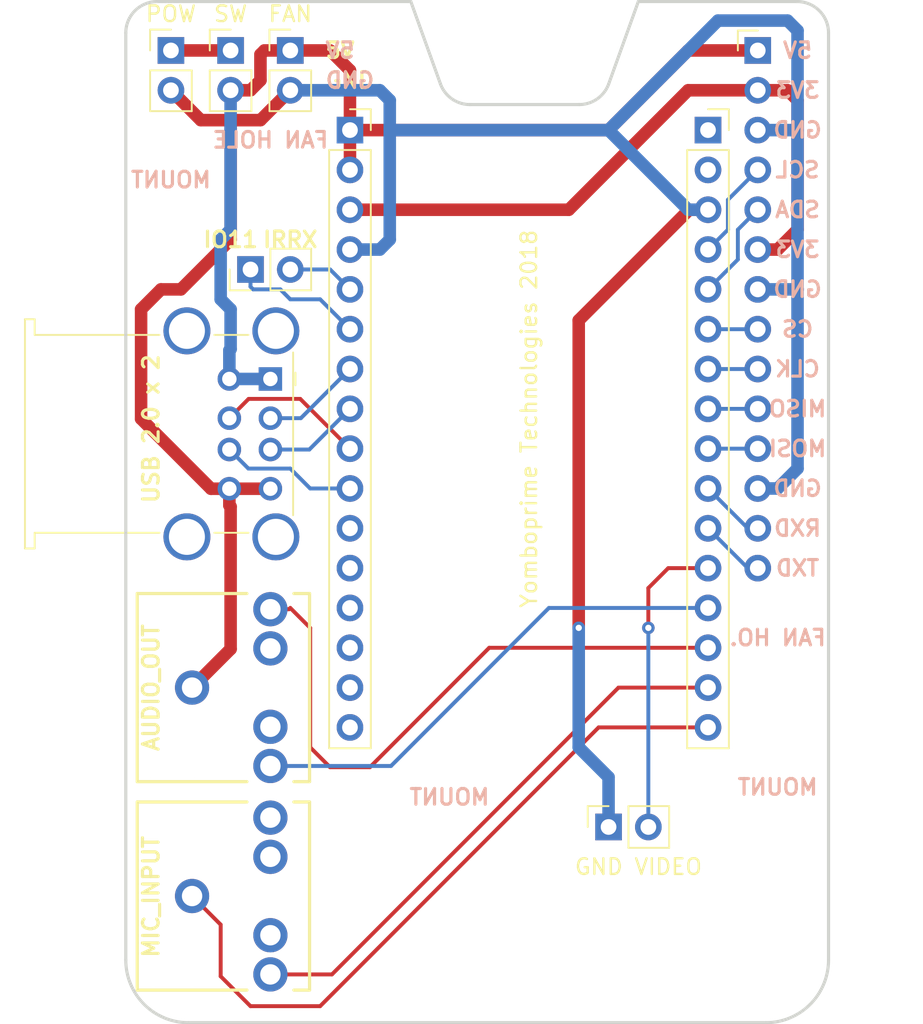
<source format=kicad_pcb>
(kicad_pcb (version 20171130) (host pcbnew 5.0.1-33cea8e~68~ubuntu18.04.1)

  (general
    (thickness 1.6)
    (drawings 42)
    (tracks 131)
    (zones 0)
    (modules 16)
    (nets 1)
  )

  (page A4)
  (layers
    (0 F.Cu signal)
    (31 B.Cu signal)
    (32 B.Adhes user)
    (33 F.Adhes user)
    (34 B.Paste user)
    (35 F.Paste user)
    (36 B.SilkS user)
    (37 F.SilkS user)
    (38 B.Mask user)
    (39 F.Mask user)
    (40 Dwgs.User user)
    (41 Cmts.User user)
    (42 Eco1.User user)
    (43 Eco2.User user)
    (44 Edge.Cuts user)
    (45 Margin user)
    (46 B.CrtYd user)
    (47 F.CrtYd user)
    (48 B.Fab user)
    (49 F.Fab user)
  )

  (setup
    (last_trace_width 0.25)
    (user_trace_width 0.8)
    (trace_clearance 0.2)
    (zone_clearance 0.508)
    (zone_45_only no)
    (trace_min 0.2)
    (segment_width 0.2)
    (edge_width 0.15)
    (via_size 0.8)
    (via_drill 0.4)
    (via_min_size 0.4)
    (via_min_drill 0.3)
    (uvia_size 0.3)
    (uvia_drill 0.1)
    (uvias_allowed no)
    (uvia_min_size 0.2)
    (uvia_min_drill 0.1)
    (pcb_text_width 0.3)
    (pcb_text_size 1.5 1.5)
    (mod_edge_width 0.15)
    (mod_text_size 1 1)
    (mod_text_width 0.15)
    (pad_size 3.2 3.2)
    (pad_drill 3.2)
    (pad_to_mask_clearance 0.2)
    (solder_mask_min_width 0.25)
    (aux_axis_origin 0 0)
    (visible_elements FFFFFF7F)
    (pcbplotparams
      (layerselection 0x010f0_ffffffff)
      (usegerberextensions true)
      (usegerberattributes false)
      (usegerberadvancedattributes false)
      (creategerberjobfile false)
      (excludeedgelayer true)
      (linewidth 0.100000)
      (plotframeref false)
      (viasonmask false)
      (mode 1)
      (useauxorigin false)
      (hpglpennumber 1)
      (hpglpenspeed 20)
      (hpglpendiameter 15.000000)
      (psnegative false)
      (psa4output false)
      (plotreference true)
      (plotvalue true)
      (plotinvisibletext false)
      (padsonsilk false)
      (subtractmaskfromsilk false)
      (outputformat 1)
      (mirror false)
      (drillshape 0)
      (scaleselection 1)
      (outputdirectory "gerbers/"))
  )

  (net 0 "")

  (net_class Default "This is the default net class."
    (clearance 0.2)
    (trace_width 0.25)
    (via_dia 0.8)
    (via_drill 0.4)
    (uvia_dia 0.3)
    (uvia_drill 0.1)
  )

  (module MountingHole:MountingHole_3.2mm_M3 (layer F.Cu) (tedit 5B9C5D9F) (tstamp 5B9F6458)
    (at 97.79 92.075)
    (descr "Mounting Hole 3.2mm, no annular, M3")
    (tags "mounting hole 3.2mm no annular m3")
    (attr virtual)
    (fp_text reference "" (at 0 -4.2) (layer F.SilkS)
      (effects (font (size 1 1) (thickness 0.15)))
    )
    (fp_text value "" (at 0 4.2) (layer F.Fab)
      (effects (font (size 1 1) (thickness 0.15)))
    )
    (fp_text user %R (at 0.3 0) (layer F.Fab)
      (effects (font (size 1 1) (thickness 0.15)))
    )
    (fp_circle (center 0 0) (end 3.2 0) (layer Cmts.User) (width 0.15))
    (fp_circle (center 0 0) (end 3.45 0) (layer F.CrtYd) (width 0.05))
    (pad 1 np_thru_hole circle (at 0 0) (size 3.2 3.2) (drill 3.2) (layers *.Cu *.Mask))
  )

  (module MountingHole:MountingHole_3.2mm_M3 (layer F.Cu) (tedit 5B9C5D9F) (tstamp 5B9F605A)
    (at 136.525 130.81)
    (descr "Mounting Hole 3.2mm, no annular, M3")
    (tags "mounting hole 3.2mm no annular m3")
    (attr virtual)
    (fp_text reference "" (at 0 -4.2) (layer F.SilkS)
      (effects (font (size 1 1) (thickness 0.15)))
    )
    (fp_text value "" (at 0 4.2) (layer F.Fab)
      (effects (font (size 1 1) (thickness 0.15)))
    )
    (fp_text user %R (at 0.3 0) (layer F.Fab)
      (effects (font (size 1 1) (thickness 0.15)))
    )
    (fp_circle (center 0 0) (end 3.2 0) (layer Cmts.User) (width 0.15))
    (fp_circle (center 0 0) (end 3.45 0) (layer F.CrtYd) (width 0.05))
    (pad 1 np_thru_hole circle (at 0 0) (size 3.2 3.2) (drill 3.2) (layers *.Cu *.Mask))
  )

  (module MountingHole:MountingHole_3.2mm_M3 (layer F.Cu) (tedit 5B9C5D9F) (tstamp 5B9F5EF2)
    (at 111.125 130.81)
    (descr "Mounting Hole 3.2mm, no annular, M3")
    (tags "mounting hole 3.2mm no annular m3")
    (attr virtual)
    (fp_text reference "" (at 0 -4.2) (layer F.SilkS)
      (effects (font (size 1 1) (thickness 0.15)))
    )
    (fp_text value "" (at 0 4.2) (layer F.Fab)
      (effects (font (size 1 1) (thickness 0.15)))
    )
    (fp_circle (center 0 0) (end 3.45 0) (layer F.CrtYd) (width 0.05))
    (fp_circle (center 0 0) (end 3.2 0) (layer Cmts.User) (width 0.15))
    (fp_text user %R (at 0.3 0) (layer F.Fab)
      (effects (font (size 1 1) (thickness 0.15)))
    )
    (pad 1 np_thru_hole circle (at 0 0) (size 3.2 3.2) (drill 3.2) (layers *.Cu *.Mask))
  )

  (module MountingHole:MountingHole_3.2mm_M3 (layer F.Cu) (tedit 5B9C5D9F) (tstamp 5B9F596D)
    (at 136.587912 121.353509)
    (descr "Mounting Hole 3.2mm, no annular, M3")
    (tags "mounting hole 3.2mm no annular m3")
    (attr virtual)
    (fp_text reference "" (at 0 -4.2) (layer F.SilkS)
      (effects (font (size 1 1) (thickness 0.15)))
    )
    (fp_text value "" (at 0 4.2) (layer F.Fab)
      (effects (font (size 1 1) (thickness 0.15)))
    )
    (fp_text user %R (at 0.3 0) (layer F.Fab)
      (effects (font (size 1 1) (thickness 0.15)))
    )
    (fp_circle (center 0 0) (end 3.2 0) (layer Cmts.User) (width 0.15))
    (fp_circle (center 0 0) (end 3.45 0) (layer F.CrtYd) (width 0.05))
    (pad 1 np_thru_hole circle (at 0 0) (size 3.2 3.2) (drill 3.2) (layers *.Cu *.Mask))
  )

  (module Connector_USB:USB_A_Wuerth_61400826021_Horizontal_Stacked (layer F.Cu) (tedit 5B9BDAB0) (tstamp 5B9BE2B3)
    (at 104.14 102.235 270)
    (descr "Stacked USB A connector http://katalog.we-online.de/em/datasheet/61400826021.pdf")
    (tags "Wuerth stacked USB_A")
    (fp_text reference "" (at 3.5 -3 270) (layer F.SilkS)
      (effects (font (size 1 1) (thickness 0.15)))
    )
    (fp_text value "" (at 3.5 17 270) (layer F.Fab)
      (effects (font (size 1 1) (thickness 0.15)))
    )
    (fp_line (start -3.82 1.74) (end -3.26 1.74) (layer F.CrtYd) (width 0.05))
    (fp_line (start -5.07 0.49) (end -3.82 1.74) (layer F.CrtYd) (width 0.05))
    (fp_line (start -5.07 -1.19) (end -5.07 0.49) (layer F.CrtYd) (width 0.05))
    (fp_line (start -3.91 -2.35) (end -5.07 -1.19) (layer F.CrtYd) (width 0.05))
    (fp_line (start -2.26 -2.35) (end -3.91 -2.35) (layer F.CrtYd) (width 0.05))
    (fp_line (start -2.26 -2.35) (end -1.8 -1.89) (layer F.CrtYd) (width 0.05))
    (fp_line (start 10.91 -2.35) (end 12.07 -1.19) (layer F.CrtYd) (width 0.05))
    (fp_line (start 12.07 0.49) (end 10.82 1.74) (layer F.CrtYd) (width 0.05))
    (fp_line (start -3.26 7.33) (end -3.91 7.33) (layer F.CrtYd) (width 0.05))
    (fp_line (start -5.07 6.17) (end -3.91 7.33) (layer F.CrtYd) (width 0.05))
    (fp_line (start -5.07 4.49) (end -5.07 6.17) (layer F.CrtYd) (width 0.05))
    (fp_line (start -3.91 3.33) (end -5.07 4.49) (layer F.CrtYd) (width 0.05))
    (fp_line (start -3.91 3.33) (end -3.26 3.33) (layer F.CrtYd) (width 0.05))
    (fp_line (start 10.91 3.33) (end 12.07 4.49) (layer F.CrtYd) (width 0.05))
    (fp_line (start 10.26 7.33) (end 10.91 7.33) (layer F.CrtYd) (width 0.05))
    (fp_line (start 12.07 -1.19) (end 12.07 0.49) (layer F.CrtYd) (width 0.05))
    (fp_line (start 10.26 1.74) (end 10.82 1.74) (layer F.CrtYd) (width 0.05))
    (fp_line (start 10.26 3.33) (end 10.91 3.33) (layer F.CrtYd) (width 0.05))
    (fp_line (start 12.07 4.49) (end 12.07 6.17) (layer F.CrtYd) (width 0.05))
    (fp_line (start -4.25 14.61) (end -4.25 16.11) (layer F.CrtYd) (width 0.05))
    (fp_line (start -3.26 14.61) (end -4.25 14.61) (layer F.CrtYd) (width 0.05))
    (fp_line (start -3.26 7.33) (end -3.26 14.61) (layer F.CrtYd) (width 0.05))
    (fp_line (start -3.26 1.74) (end -3.26 3.33) (layer F.CrtYd) (width 0.05))
    (fp_line (start 10.26 1.74) (end 10.26 3.33) (layer F.CrtYd) (width 0.05))
    (fp_line (start 8.8 -1.89) (end -1.8 -1.89) (layer F.CrtYd) (width 0.05))
    (fp_line (start 10.26 7.33) (end 10.26 14.61) (layer F.CrtYd) (width 0.05))
    (fp_line (start 9.81 3.58) (end 9.81 1.4) (layer F.SilkS) (width 0.12))
    (fp_line (start -2.81 3.58) (end -2.81 1.4) (layer F.SilkS) (width 0.12))
    (fp_line (start 9.75 -1.39) (end 9.75 15.11) (layer F.Fab) (width 0.1))
    (fp_line (start -4.25 16.11) (end 11.25 16.11) (layer F.CrtYd) (width 0.05))
    (fp_line (start 10.75 15.61) (end -3.75 15.61) (layer F.Fab) (width 0.1))
    (fp_line (start -2.75 -1.39) (end -2.75 15.11) (layer F.Fab) (width 0.1))
    (fp_line (start 9.75 -1.39) (end -2.75 -1.39) (layer F.Fab) (width 0.1))
    (fp_line (start -2.75 15.11) (end -3.75 15.11) (layer F.Fab) (width 0.1))
    (fp_line (start -3.75 15.11) (end -3.75 15.61) (layer F.Fab) (width 0.1))
    (fp_line (start 9.75 15.11) (end 10.75 15.11) (layer F.Fab) (width 0.1))
    (fp_line (start 10.75 15.11) (end 10.75 15.61) (layer F.Fab) (width 0.1))
    (fp_line (start 9.81 7.08) (end 9.81 15.05) (layer F.SilkS) (width 0.12))
    (fp_line (start 9.81 15.05) (end 10.81 15.05) (layer F.SilkS) (width 0.12))
    (fp_line (start 10.81 15.05) (end 10.81 15.67) (layer F.SilkS) (width 0.12))
    (fp_line (start 10.81 15.67) (end -3.81 15.67) (layer F.SilkS) (width 0.12))
    (fp_line (start -3.81 15.67) (end -3.81 15.05) (layer F.SilkS) (width 0.12))
    (fp_line (start -3.81 15.05) (end -2.81 15.05) (layer F.SilkS) (width 0.12))
    (fp_line (start -2.81 15.05) (end -2.81 7.08) (layer F.SilkS) (width 0.12))
    (fp_line (start -1.69 -1.45) (end 8.69 -1.45) (layer F.SilkS) (width 0.12))
    (fp_line (start 0 -1.1) (end 0.3 -1.38) (layer F.Fab) (width 0.12))
    (fp_line (start 0 -1.1) (end -0.3 -1.38) (layer F.Fab) (width 0.12))
    (fp_text user %R (at 3.5 7 270) (layer F.Fab)
      (effects (font (size 1 1) (thickness 0.15)))
    )
    (fp_line (start 0.4 -1.6) (end -0.4 -1.6) (layer F.SilkS) (width 0.12))
    (fp_line (start 10.26 14.61) (end 11.25 14.61) (layer F.CrtYd) (width 0.05))
    (fp_line (start 11.25 14.61) (end 11.25 16.11) (layer F.CrtYd) (width 0.05))
    (fp_line (start 10.91 -2.35) (end 9.26 -2.35) (layer F.CrtYd) (width 0.05))
    (fp_line (start 9.26 -2.35) (end 8.8 -1.89) (layer F.CrtYd) (width 0.05))
    (fp_line (start 12.07 6.17) (end 10.91 7.33) (layer F.CrtYd) (width 0.05))
    (pad 9 thru_hole circle (at 10.07 -0.35 270) (size 3 3) (drill 2.3) (layers *.Cu *.Mask))
    (pad 9 thru_hole circle (at -3.07 -0.35 270) (size 3 3) (drill 2.3) (layers *.Cu *.Mask))
    (pad 1 thru_hole rect (at 0 0 270) (size 1.5 1.5) (drill 0.92) (layers *.Cu *.Mask))
    (pad 2 thru_hole circle (at 2.5 0 270) (size 1.5 1.5) (drill 0.92) (layers *.Cu *.Mask))
    (pad 3 thru_hole circle (at 4.5 0 270) (size 1.5 1.5) (drill 0.92) (layers *.Cu *.Mask))
    (pad 4 thru_hole circle (at 7 0 270) (size 1.5 1.5) (drill 0.92) (layers *.Cu *.Mask))
    (pad 9 thru_hole circle (at -3.07 5.33 270) (size 3 3) (drill 2.3) (layers *.Cu *.Mask))
    (pad 9 thru_hole circle (at 10.07 5.33 270) (size 3 3) (drill 2.3) (layers *.Cu *.Mask))
    (pad 5 thru_hole circle (at 0 2.62 270) (size 1.5 1.5) (drill 0.92) (layers *.Cu *.Mask))
    (pad 6 thru_hole circle (at 2.5 2.62 270) (size 1.5 1.5) (drill 0.92) (layers *.Cu *.Mask))
    (pad 7 thru_hole circle (at 4.5 2.62 270) (size 1.5 1.5) (drill 0.92) (layers *.Cu *.Mask))
    (pad 8 thru_hole circle (at 7 2.62 270) (size 1.5 1.5) (drill 0.92) (layers *.Cu *.Mask))
    (model ${KISYS3DMOD}/Connector_USB.3dshapes/USB_A_Wuerth_61400826021_Horizontal_Stacked.wrl
      (at (xyz 0 0 0))
      (scale (xyz 1 1 1))
      (rotate (xyz 0 0 0))
    )
  )

  (module Connector_PinSocket_2.54mm:PinSocket_1x16_P2.54mm_Vertical (layer F.Cu) (tedit 5B9EE8A8) (tstamp 5B9C8629)
    (at 109.22 86.36)
    (descr "Through hole straight socket strip, 1x16, 2.54mm pitch, single row (from Kicad 4.0.7), script generated")
    (tags "Through hole socket strip THT 1x16 2.54mm single row")
    (fp_text reference "Yomboprime Technologies 2018" (at 11.43 18.415 90) (layer F.SilkS)
      (effects (font (size 1 1) (thickness 0.15)))
    )
    (fp_text value "" (at 13.97 52.705) (layer F.SilkS)
      (effects (font (size 6.5 6) (thickness 0.9)))
    )
    (fp_text user %R (at 0 19.05 90) (layer F.Fab)
      (effects (font (size 1 1) (thickness 0.15)))
    )
    (fp_line (start -1.8 39.9) (end -1.8 -1.8) (layer F.CrtYd) (width 0.05))
    (fp_line (start 1.75 39.9) (end -1.8 39.9) (layer F.CrtYd) (width 0.05))
    (fp_line (start 1.75 -1.8) (end 1.75 39.9) (layer F.CrtYd) (width 0.05))
    (fp_line (start -1.8 -1.8) (end 1.75 -1.8) (layer F.CrtYd) (width 0.05))
    (fp_line (start 0 -1.33) (end 1.33 -1.33) (layer F.SilkS) (width 0.12))
    (fp_line (start 1.33 -1.33) (end 1.33 0) (layer F.SilkS) (width 0.12))
    (fp_line (start 1.33 1.27) (end 1.33 39.43) (layer F.SilkS) (width 0.12))
    (fp_line (start -1.33 39.43) (end 1.33 39.43) (layer F.SilkS) (width 0.12))
    (fp_line (start -1.33 1.27) (end -1.33 39.43) (layer F.SilkS) (width 0.12))
    (fp_line (start -1.33 1.27) (end 1.33 1.27) (layer F.SilkS) (width 0.12))
    (fp_line (start -1.27 39.37) (end -1.27 -1.27) (layer F.Fab) (width 0.1))
    (fp_line (start 1.27 39.37) (end -1.27 39.37) (layer F.Fab) (width 0.1))
    (fp_line (start 1.27 -0.635) (end 1.27 39.37) (layer F.Fab) (width 0.1))
    (fp_line (start 0.635 -1.27) (end 1.27 -0.635) (layer F.Fab) (width 0.1))
    (fp_line (start -1.27 -1.27) (end 0.635 -1.27) (layer F.Fab) (width 0.1))
    (pad 16 thru_hole oval (at 0 38.1) (size 1.7 1.7) (drill 1) (layers *.Cu *.Mask))
    (pad 15 thru_hole oval (at 0 35.56) (size 1.7 1.7) (drill 1) (layers *.Cu *.Mask))
    (pad 14 thru_hole oval (at 0 33.02) (size 1.7 1.7) (drill 1) (layers *.Cu *.Mask))
    (pad 13 thru_hole oval (at 0 30.48) (size 1.7 1.7) (drill 1) (layers *.Cu *.Mask))
    (pad 12 thru_hole oval (at 0 27.94) (size 1.7 1.7) (drill 1) (layers *.Cu *.Mask))
    (pad 11 thru_hole oval (at 0 25.4) (size 1.7 1.7) (drill 1) (layers *.Cu *.Mask))
    (pad 10 thru_hole oval (at 0 22.86) (size 1.7 1.7) (drill 1) (layers *.Cu *.Mask))
    (pad 9 thru_hole oval (at 0 20.32) (size 1.7 1.7) (drill 1) (layers *.Cu *.Mask))
    (pad 8 thru_hole oval (at 0 17.78) (size 1.7 1.7) (drill 1) (layers *.Cu *.Mask))
    (pad 7 thru_hole oval (at 0 15.24) (size 1.7 1.7) (drill 1) (layers *.Cu *.Mask))
    (pad 6 thru_hole oval (at 0 12.7) (size 1.7 1.7) (drill 1) (layers *.Cu *.Mask))
    (pad 5 thru_hole oval (at 0 10.16) (size 1.7 1.7) (drill 1) (layers *.Cu *.Mask))
    (pad 4 thru_hole oval (at 0 7.62) (size 1.7 1.7) (drill 1) (layers *.Cu *.Mask))
    (pad 3 thru_hole oval (at 0 5.08) (size 1.7 1.7) (drill 1) (layers *.Cu *.Mask))
    (pad 2 thru_hole oval (at 0 2.54) (size 1.7 1.7) (drill 1) (layers *.Cu *.Mask))
    (pad 1 thru_hole rect (at 0 0) (size 1.7 1.7) (drill 1) (layers *.Cu *.Mask))
    (model ${KISYS3DMOD}/Connector_PinSocket_2.54mm.3dshapes/PinSocket_1x16_P2.54mm_Vertical.wrl
      (at (xyz 0 0 0))
      (scale (xyz 1 1 1))
      (rotate (xyz 0 0 0))
    )
  )

  (module Connector_PinSocket_2.54mm:PinSocket_1x16_P2.54mm_Vertical (layer F.Cu) (tedit 5B9BDB8F) (tstamp 5B9C86B5)
    (at 132.08 86.36)
    (descr "Through hole straight socket strip, 1x16, 2.54mm pitch, single row (from Kicad 4.0.7), script generated")
    (tags "Through hole socket strip THT 1x16 2.54mm single row")
    (fp_text reference "" (at 0 -2.77) (layer F.SilkS)
      (effects (font (size 1 1) (thickness 0.15)))
    )
    (fp_text value "" (at 0 40.87) (layer F.Fab)
      (effects (font (size 1 1) (thickness 0.15)))
    )
    (fp_text user %R (at 0 19.05 90) (layer F.Fab)
      (effects (font (size 1 1) (thickness 0.15)))
    )
    (fp_line (start -1.8 39.9) (end -1.8 -1.8) (layer F.CrtYd) (width 0.05))
    (fp_line (start 1.75 39.9) (end -1.8 39.9) (layer F.CrtYd) (width 0.05))
    (fp_line (start 1.75 -1.8) (end 1.75 39.9) (layer F.CrtYd) (width 0.05))
    (fp_line (start -1.8 -1.8) (end 1.75 -1.8) (layer F.CrtYd) (width 0.05))
    (fp_line (start 0 -1.33) (end 1.33 -1.33) (layer F.SilkS) (width 0.12))
    (fp_line (start 1.33 -1.33) (end 1.33 0) (layer F.SilkS) (width 0.12))
    (fp_line (start 1.33 1.27) (end 1.33 39.43) (layer F.SilkS) (width 0.12))
    (fp_line (start -1.33 39.43) (end 1.33 39.43) (layer F.SilkS) (width 0.12))
    (fp_line (start -1.33 1.27) (end -1.33 39.43) (layer F.SilkS) (width 0.12))
    (fp_line (start -1.33 1.27) (end 1.33 1.27) (layer F.SilkS) (width 0.12))
    (fp_line (start -1.27 39.37) (end -1.27 -1.27) (layer F.Fab) (width 0.1))
    (fp_line (start 1.27 39.37) (end -1.27 39.37) (layer F.Fab) (width 0.1))
    (fp_line (start 1.27 -0.635) (end 1.27 39.37) (layer F.Fab) (width 0.1))
    (fp_line (start 0.635 -1.27) (end 1.27 -0.635) (layer F.Fab) (width 0.1))
    (fp_line (start -1.27 -1.27) (end 0.635 -1.27) (layer F.Fab) (width 0.1))
    (pad 16 thru_hole oval (at 0 38.1) (size 1.7 1.7) (drill 1) (layers *.Cu *.Mask))
    (pad 15 thru_hole oval (at 0 35.56) (size 1.7 1.7) (drill 1) (layers *.Cu *.Mask))
    (pad 14 thru_hole oval (at 0 33.02) (size 1.7 1.7) (drill 1) (layers *.Cu *.Mask))
    (pad 13 thru_hole oval (at 0 30.48) (size 1.7 1.7) (drill 1) (layers *.Cu *.Mask))
    (pad 12 thru_hole oval (at 0 27.94) (size 1.7 1.7) (drill 1) (layers *.Cu *.Mask))
    (pad 11 thru_hole oval (at 0 25.4) (size 1.7 1.7) (drill 1) (layers *.Cu *.Mask))
    (pad 10 thru_hole oval (at 0 22.86) (size 1.7 1.7) (drill 1) (layers *.Cu *.Mask))
    (pad 9 thru_hole oval (at 0 20.32) (size 1.7 1.7) (drill 1) (layers *.Cu *.Mask))
    (pad 8 thru_hole oval (at 0 17.78) (size 1.7 1.7) (drill 1) (layers *.Cu *.Mask))
    (pad 7 thru_hole oval (at 0 15.24) (size 1.7 1.7) (drill 1) (layers *.Cu *.Mask))
    (pad 6 thru_hole oval (at 0 12.7) (size 1.7 1.7) (drill 1) (layers *.Cu *.Mask))
    (pad 5 thru_hole oval (at 0 10.16) (size 1.7 1.7) (drill 1) (layers *.Cu *.Mask))
    (pad 4 thru_hole oval (at 0 7.62) (size 1.7 1.7) (drill 1) (layers *.Cu *.Mask))
    (pad 3 thru_hole oval (at 0 5.08) (size 1.7 1.7) (drill 1) (layers *.Cu *.Mask))
    (pad 2 thru_hole oval (at 0 2.54) (size 1.7 1.7) (drill 1) (layers *.Cu *.Mask))
    (pad 1 thru_hole rect (at 0 0) (size 1.7 1.7) (drill 1) (layers *.Cu *.Mask))
    (model ${KISYS3DMOD}/Connector_PinSocket_2.54mm.3dshapes/PinSocket_1x16_P2.54mm_Vertical.wrl
      (at (xyz 0 0 0))
      (scale (xyz 1 1 1))
      (rotate (xyz 0 0 0))
    )
  )

  (module SparkFun-Connectors:AUDIO-JACK (layer F.Cu) (tedit 5B9C4C2A) (tstamp 5B9CCD51)
    (at 99.14 121.92)
    (fp_text reference "" (at -1.985 3.81 90) (layer F.SilkS)
      (effects (font (size 1 1) (thickness 0.032512)) (justify left bottom))
    )
    (fp_text value "" (at -1.27 -1.27) (layer F.Fab)
      (effects (font (size 0.38608 0.38608) (thickness 0.032512)) (justify left bottom))
    )
    (fp_line (start 7.5 6) (end 6.5 6) (layer F.SilkS) (width 0.2032))
    (fp_line (start -3.5 6) (end 3.5 6) (layer F.SilkS) (width 0.2032))
    (fp_line (start -3.5 -6) (end -3.5 6) (layer F.SilkS) (width 0.2032))
    (fp_line (start 7.5 -6) (end 6.5 -6) (layer F.SilkS) (width 0.2032))
    (fp_line (start -3.5 -6) (end 3.5 -6) (layer F.SilkS) (width 0.2032))
    (fp_line (start -6.5 -3) (end -4.5 -3) (layer F.Fab) (width 0.2032))
    (fp_line (start -6.5 3) (end -4.5 3) (layer F.Fab) (width 0.2032))
    (fp_line (start -6.5 -3) (end -6.5 3) (layer F.Fab) (width 0.2032))
    (fp_line (start -4.5 -4.5) (end -3.5 -4.5) (layer F.Fab) (width 0.2032))
    (fp_line (start -4.5 4.5) (end -3.5 4.5) (layer F.Fab) (width 0.2032))
    (fp_line (start -4.5 3) (end -4.5 4.5) (layer F.Fab) (width 0.2032))
    (fp_line (start -4.5 -4.5) (end -4.5 -3) (layer F.Fab) (width 0.2032))
    (fp_line (start -3.5 4.5) (end -3.5 6) (layer F.Fab) (width 0.2032))
    (fp_line (start -3.5 -6) (end -3.5 -4.5) (layer F.Fab) (width 0.2032))
    (fp_line (start 7.5 -6) (end 7.5 6) (layer F.SilkS) (width 0.2032))
    (pad "" np_thru_hole circle (at 5 0) (size 1.2 1.2) (drill 1.2) (layers *.Cu))
    (pad "" np_thru_hole circle (at 0 5) (size 1.2 1.2) (drill 1.2) (layers *.Cu))
    (pad "" np_thru_hole circle (at -2.5 5) (size 1.2 1.2) (drill 1.2) (layers *.Cu))
    (pad "" np_thru_hole circle (at -2.5 -5) (size 1.2 1.2) (drill 1.2) (layers *.Cu))
    (pad "" np_thru_hole circle (at 0 -5) (size 1.2 1.2) (drill 1.2) (layers *.Cu))
    (pad TIP thru_hole circle (at 5 5) (size 2.1844 2.1844) (drill 1.3) (layers *.Cu *.Mask)
      (solder_mask_margin 0.1016))
    (pad TSH thru_hole circle (at 5 2.5) (size 2.1844 2.1844) (drill 1.3) (layers *.Cu *.Mask)
      (solder_mask_margin 0.1016))
    (pad RING thru_hole circle (at 5 -5) (size 2.1844 2.1844) (drill 1.3) (layers *.Cu *.Mask)
      (solder_mask_margin 0.1016))
    (pad RSH thru_hole circle (at 5 -2.5) (size 2.1844 2.1844) (drill 1.3) (layers *.Cu *.Mask)
      (solder_mask_margin 0.1016))
    (pad SLEEVE thru_hole circle (at 0 0) (size 2.1844 2.1844) (drill 1.3) (layers *.Cu *.Mask)
      (solder_mask_margin 0.1016))
  )

  (module SparkFun-Connectors:AUDIO-JACK (layer F.Cu) (tedit 5B9C4C40) (tstamp 5B9CCDF2)
    (at 99.14 135.215)
    (fp_text reference "" (at -1.985 3.85 90) (layer F.SilkS)
      (effects (font (size 1 1) (thickness 0.032512)) (justify left bottom))
    )
    (fp_text value "" (at -1.27 -1.27) (layer F.Fab)
      (effects (font (size 0.38608 0.38608) (thickness 0.032512)) (justify left bottom))
    )
    (fp_line (start 7.5 6) (end 6.5 6) (layer F.SilkS) (width 0.2032))
    (fp_line (start -3.5 6) (end 3.5 6) (layer F.SilkS) (width 0.2032))
    (fp_line (start -3.5 -6) (end -3.5 6) (layer F.SilkS) (width 0.2032))
    (fp_line (start 7.5 -6) (end 6.5 -6) (layer F.SilkS) (width 0.2032))
    (fp_line (start -3.5 -6) (end 3.5 -6) (layer F.SilkS) (width 0.2032))
    (fp_line (start -6.5 -3) (end -4.5 -3) (layer F.Fab) (width 0.2032))
    (fp_line (start -6.5 3) (end -4.5 3) (layer F.Fab) (width 0.2032))
    (fp_line (start -6.5 -3) (end -6.5 3) (layer F.Fab) (width 0.2032))
    (fp_line (start -4.5 -4.5) (end -3.5 -4.5) (layer F.Fab) (width 0.2032))
    (fp_line (start -4.5 4.5) (end -3.5 4.5) (layer F.Fab) (width 0.2032))
    (fp_line (start -4.5 3) (end -4.5 4.5) (layer F.Fab) (width 0.2032))
    (fp_line (start -4.5 -4.5) (end -4.5 -3) (layer F.Fab) (width 0.2032))
    (fp_line (start -3.5 4.5) (end -3.5 6) (layer F.Fab) (width 0.2032))
    (fp_line (start -3.5 -6) (end -3.5 -4.5) (layer F.Fab) (width 0.2032))
    (fp_line (start 7.5 -6) (end 7.5 6) (layer F.SilkS) (width 0.2032))
    (pad "" np_thru_hole circle (at 5 0) (size 1.2 1.2) (drill 1.2) (layers *.Cu))
    (pad "" np_thru_hole circle (at 0 5) (size 1.2 1.2) (drill 1.2) (layers *.Cu))
    (pad "" np_thru_hole circle (at -2.5 5) (size 1.2 1.2) (drill 1.2) (layers *.Cu))
    (pad "" np_thru_hole circle (at -2.5 -5) (size 1.2 1.2) (drill 1.2) (layers *.Cu))
    (pad "" np_thru_hole circle (at 0 -5) (size 1.2 1.2) (drill 1.2) (layers *.Cu))
    (pad TIP thru_hole circle (at 5 5) (size 2.1844 2.1844) (drill 1.3) (layers *.Cu *.Mask)
      (solder_mask_margin 0.1016))
    (pad TSH thru_hole circle (at 5 2.5) (size 2.1844 2.1844) (drill 1.3) (layers *.Cu *.Mask)
      (solder_mask_margin 0.1016))
    (pad RING thru_hole circle (at 5 -5) (size 2.1844 2.1844) (drill 1.3) (layers *.Cu *.Mask)
      (solder_mask_margin 0.1016))
    (pad RSH thru_hole circle (at 5 -2.5) (size 2.1844 2.1844) (drill 1.3) (layers *.Cu *.Mask)
      (solder_mask_margin 0.1016))
    (pad SLEEVE thru_hole circle (at 0 0) (size 2.1844 2.1844) (drill 1.3) (layers *.Cu *.Mask)
      (solder_mask_margin 0.1016))
  )

  (module Connector_PinSocket_2.54mm:PinSocket_1x02_P2.54mm_Vertical (layer F.Cu) (tedit 5B9C5BA4) (tstamp 5B9E8075)
    (at 125.73 130.81 90)
    (descr "Through hole straight socket strip, 1x02, 2.54mm pitch, single row (from Kicad 4.0.7), script generated")
    (tags "Through hole socket strip THT 1x02 2.54mm single row")
    (fp_text reference "GND VIDEO" (at -2.54 1.905 180) (layer F.SilkS)
      (effects (font (size 1 1) (thickness 0.15)))
    )
    (fp_text value "" (at 0 5.31 90) (layer F.Fab)
      (effects (font (size 1 1) (thickness 0.15)))
    )
    (fp_text user "" (at 0 1.27 180) (layer F.Fab)
      (effects (font (size 1 1) (thickness 0.15)))
    )
    (fp_line (start -1.8 4.3) (end -1.8 -1.8) (layer F.CrtYd) (width 0.05))
    (fp_line (start 1.75 4.3) (end -1.8 4.3) (layer F.CrtYd) (width 0.05))
    (fp_line (start 1.75 -1.8) (end 1.75 4.3) (layer F.CrtYd) (width 0.05))
    (fp_line (start -1.8 -1.8) (end 1.75 -1.8) (layer F.CrtYd) (width 0.05))
    (fp_line (start 0 -1.33) (end 1.33 -1.33) (layer F.SilkS) (width 0.12))
    (fp_line (start 1.33 -1.33) (end 1.33 0) (layer F.SilkS) (width 0.12))
    (fp_line (start 1.33 1.27) (end 1.33 3.87) (layer F.SilkS) (width 0.12))
    (fp_line (start -1.33 3.87) (end 1.33 3.87) (layer F.SilkS) (width 0.12))
    (fp_line (start -1.33 1.27) (end -1.33 3.87) (layer F.SilkS) (width 0.12))
    (fp_line (start -1.33 1.27) (end 1.33 1.27) (layer F.SilkS) (width 0.12))
    (fp_line (start -1.27 3.81) (end -1.27 -1.27) (layer F.Fab) (width 0.1))
    (fp_line (start 1.27 3.81) (end -1.27 3.81) (layer F.Fab) (width 0.1))
    (fp_line (start 1.27 -0.635) (end 1.27 3.81) (layer F.Fab) (width 0.1))
    (fp_line (start 0.635 -1.27) (end 1.27 -0.635) (layer F.Fab) (width 0.1))
    (fp_line (start -1.27 -1.27) (end 0.635 -1.27) (layer F.Fab) (width 0.1))
    (pad 2 thru_hole oval (at 0 2.54 90) (size 1.7 1.7) (drill 1) (layers *.Cu *.Mask))
    (pad 1 thru_hole rect (at 0 0 90) (size 1.7 1.7) (drill 1) (layers *.Cu *.Mask))
    (model ${KISYS3DMOD}/Connector_PinSocket_2.54mm.3dshapes/PinSocket_1x02_P2.54mm_Vertical.wrl
      (at (xyz 0 0 0))
      (scale (xyz 1 1 1))
      (rotate (xyz 0 0 0))
    )
  )

  (module ModifiedFootprints:PinHeader_1x14_P2.54mm_Horizontal_modified (layer F.Cu) (tedit 5B9C45A9) (tstamp 5B9E7481)
    (at 135.255 81.28)
    (descr "Through hole angled pin header, 1x14, 2.54mm pitch, 6mm pin length, single row")
    (tags "Through hole angled pin header THT 1x14 2.54mm single row")
    (fp_text reference "" (at 4.385 -2.27) (layer F.SilkS)
      (effects (font (size 1 1) (thickness 0.15)))
    )
    (fp_text value "" (at 4.385 35.29) (layer F.Fab)
      (effects (font (size 1 1) (thickness 0.15)))
    )
    (fp_line (start 10.55 -1.8) (end -1.8 -1.8) (layer F.CrtYd) (width 0.05))
    (fp_line (start 10.55 34.8) (end 10.55 -1.8) (layer F.CrtYd) (width 0.05))
    (fp_line (start -1.8 34.8) (end 10.55 34.8) (layer F.CrtYd) (width 0.05))
    (fp_line (start -1.8 -1.8) (end -1.8 34.8) (layer F.CrtYd) (width 0.05))
    (fp_line (start -1.27 -1.27) (end 0 -1.27) (layer F.SilkS) (width 0.12))
    (fp_line (start -1.27 0) (end -1.27 -1.27) (layer F.SilkS) (width 0.12))
    (fp_line (start -0.32 32.7) (end -0.32 33.34) (layer F.Fab) (width 0.1))
    (fp_line (start -0.32 30.16) (end -0.32 30.8) (layer F.Fab) (width 0.1))
    (fp_line (start -0.32 27.62) (end -0.32 28.26) (layer F.Fab) (width 0.1))
    (fp_line (start -0.32 25.08) (end -0.32 25.72) (layer F.Fab) (width 0.1))
    (fp_line (start -0.32 22.54) (end -0.32 23.18) (layer F.Fab) (width 0.1))
    (fp_line (start -0.32 20) (end -0.32 20.64) (layer F.Fab) (width 0.1))
    (fp_line (start -0.32 17.46) (end -0.32 18.1) (layer F.Fab) (width 0.1))
    (fp_line (start -0.32 14.92) (end -0.32 15.56) (layer F.Fab) (width 0.1))
    (fp_line (start -0.32 12.38) (end -0.32 13.02) (layer F.Fab) (width 0.1))
    (fp_line (start -0.32 9.84) (end -0.32 10.48) (layer F.Fab) (width 0.1))
    (fp_line (start -0.32 7.3) (end -0.32 7.94) (layer F.Fab) (width 0.1))
    (fp_line (start -0.32 4.76) (end -0.32 5.4) (layer F.Fab) (width 0.1))
    (fp_line (start -0.32 2.22) (end -0.32 2.86) (layer F.Fab) (width 0.1))
    (fp_line (start -0.32 -0.32) (end -0.32 0.32) (layer F.Fab) (width 0.1))
    (pad 14 thru_hole oval (at 0 33.02) (size 1.7 1.7) (drill 1) (layers *.Cu *.Mask))
    (pad 13 thru_hole oval (at 0 30.48) (size 1.7 1.7) (drill 1) (layers *.Cu *.Mask))
    (pad 12 thru_hole oval (at 0 27.94) (size 1.7 1.7) (drill 1) (layers *.Cu *.Mask))
    (pad 11 thru_hole oval (at 0 25.4) (size 1.7 1.7) (drill 1) (layers *.Cu *.Mask))
    (pad 10 thru_hole oval (at 0 22.86) (size 1.7 1.7) (drill 1) (layers *.Cu *.Mask))
    (pad 9 thru_hole oval (at 0 20.32) (size 1.7 1.7) (drill 1) (layers *.Cu *.Mask))
    (pad 8 thru_hole oval (at 0 17.78) (size 1.7 1.7) (drill 1) (layers *.Cu *.Mask))
    (pad 7 thru_hole oval (at 0 15.24) (size 1.7 1.7) (drill 1) (layers *.Cu *.Mask))
    (pad 6 thru_hole oval (at 0 12.7) (size 1.7 1.7) (drill 1) (layers *.Cu *.Mask))
    (pad 5 thru_hole oval (at 0 10.16) (size 1.7 1.7) (drill 1) (layers *.Cu *.Mask))
    (pad 4 thru_hole oval (at 0 7.62) (size 1.7 1.7) (drill 1) (layers *.Cu *.Mask))
    (pad 3 thru_hole oval (at 0 5.08) (size 1.7 1.7) (drill 1) (layers *.Cu *.Mask))
    (pad 2 thru_hole oval (at 0 2.54) (size 1.7 1.7) (drill 1) (layers *.Cu *.Mask))
    (pad 1 thru_hole rect (at 0 0) (size 1.7 1.7) (drill 1) (layers *.Cu *.Mask))
    (model ${KISYS3DMOD}/Connector_PinHeader_2.54mm.3dshapes/PinHeader_1x14_P2.54mm_Horizontal.wrl
      (at (xyz 0 0 0))
      (scale (xyz 1 1 1))
      (rotate (xyz 0 0 0))
    )
  )

  (module Connector_PinHeader_2.54mm:PinHeader_1x02_P2.54mm_Vertical (layer F.Cu) (tedit 5B9C5C03) (tstamp 5B9F3E4A)
    (at 97.79 81.28)
    (descr "Through hole straight pin header, 1x02, 2.54mm pitch, single row")
    (tags "Through hole pin header THT 1x02 2.54mm single row")
    (fp_text reference POW (at 0 -2.33) (layer F.SilkS)
      (effects (font (size 1 1) (thickness 0.15)))
    )
    (fp_text value "" (at 0 4.87) (layer F.Fab)
      (effects (font (size 1 1) (thickness 0.15)))
    )
    (fp_text user %R (at 0 1.27 90) (layer F.Fab)
      (effects (font (size 1 1) (thickness 0.15)))
    )
    (fp_line (start 1.8 -1.8) (end -1.8 -1.8) (layer F.CrtYd) (width 0.05))
    (fp_line (start 1.8 4.35) (end 1.8 -1.8) (layer F.CrtYd) (width 0.05))
    (fp_line (start -1.8 4.35) (end 1.8 4.35) (layer F.CrtYd) (width 0.05))
    (fp_line (start -1.8 -1.8) (end -1.8 4.35) (layer F.CrtYd) (width 0.05))
    (fp_line (start -1.33 -1.33) (end 0 -1.33) (layer F.SilkS) (width 0.12))
    (fp_line (start -1.33 0) (end -1.33 -1.33) (layer F.SilkS) (width 0.12))
    (fp_line (start -1.33 1.27) (end 1.33 1.27) (layer F.SilkS) (width 0.12))
    (fp_line (start 1.33 1.27) (end 1.33 3.87) (layer F.SilkS) (width 0.12))
    (fp_line (start -1.33 1.27) (end -1.33 3.87) (layer F.SilkS) (width 0.12))
    (fp_line (start -1.33 3.87) (end 1.33 3.87) (layer F.SilkS) (width 0.12))
    (fp_line (start -1.27 -0.635) (end -0.635 -1.27) (layer F.Fab) (width 0.1))
    (fp_line (start -1.27 3.81) (end -1.27 -0.635) (layer F.Fab) (width 0.1))
    (fp_line (start 1.27 3.81) (end -1.27 3.81) (layer F.Fab) (width 0.1))
    (fp_line (start 1.27 -1.27) (end 1.27 3.81) (layer F.Fab) (width 0.1))
    (fp_line (start -0.635 -1.27) (end 1.27 -1.27) (layer F.Fab) (width 0.1))
    (pad 2 thru_hole oval (at 0 2.54) (size 1.7 1.7) (drill 1) (layers *.Cu *.Mask))
    (pad 1 thru_hole rect (at 0 0) (size 1.7 1.7) (drill 1) (layers *.Cu *.Mask))
    (model ${KISYS3DMOD}/Connector_PinHeader_2.54mm.3dshapes/PinHeader_1x02_P2.54mm_Vertical.wrl
      (at (xyz 0 0 0))
      (scale (xyz 1 1 1))
      (rotate (xyz 0 0 0))
    )
  )

  (module Connector_PinHeader_2.54mm:PinHeader_1x02_P2.54mm_Vertical (layer F.Cu) (tedit 5B9C5BFE) (tstamp 5B9F40C2)
    (at 101.6 81.28)
    (descr "Through hole straight pin header, 1x02, 2.54mm pitch, single row")
    (tags "Through hole pin header THT 1x02 2.54mm single row")
    (fp_text reference SW (at 0 -2.33) (layer F.SilkS)
      (effects (font (size 1 1) (thickness 0.15)))
    )
    (fp_text value "" (at 0 4.87) (layer F.Fab)
      (effects (font (size 1 1) (thickness 0.15)))
    )
    (fp_text user %R (at 0 1.27 90) (layer F.Fab)
      (effects (font (size 1 1) (thickness 0.15)))
    )
    (fp_line (start 1.8 -1.8) (end -1.8 -1.8) (layer F.CrtYd) (width 0.05))
    (fp_line (start 1.8 4.35) (end 1.8 -1.8) (layer F.CrtYd) (width 0.05))
    (fp_line (start -1.8 4.35) (end 1.8 4.35) (layer F.CrtYd) (width 0.05))
    (fp_line (start -1.8 -1.8) (end -1.8 4.35) (layer F.CrtYd) (width 0.05))
    (fp_line (start -1.33 -1.33) (end 0 -1.33) (layer F.SilkS) (width 0.12))
    (fp_line (start -1.33 0) (end -1.33 -1.33) (layer F.SilkS) (width 0.12))
    (fp_line (start -1.33 1.27) (end 1.33 1.27) (layer F.SilkS) (width 0.12))
    (fp_line (start 1.33 1.27) (end 1.33 3.87) (layer F.SilkS) (width 0.12))
    (fp_line (start -1.33 1.27) (end -1.33 3.87) (layer F.SilkS) (width 0.12))
    (fp_line (start -1.33 3.87) (end 1.33 3.87) (layer F.SilkS) (width 0.12))
    (fp_line (start -1.27 -0.635) (end -0.635 -1.27) (layer F.Fab) (width 0.1))
    (fp_line (start -1.27 3.81) (end -1.27 -0.635) (layer F.Fab) (width 0.1))
    (fp_line (start 1.27 3.81) (end -1.27 3.81) (layer F.Fab) (width 0.1))
    (fp_line (start 1.27 -1.27) (end 1.27 3.81) (layer F.Fab) (width 0.1))
    (fp_line (start -0.635 -1.27) (end 1.27 -1.27) (layer F.Fab) (width 0.1))
    (pad 2 thru_hole oval (at 0 2.54) (size 1.7 1.7) (drill 1) (layers *.Cu *.Mask))
    (pad 1 thru_hole rect (at 0 0) (size 1.7 1.7) (drill 1) (layers *.Cu *.Mask))
    (model ${KISYS3DMOD}/Connector_PinHeader_2.54mm.3dshapes/PinHeader_1x02_P2.54mm_Vertical.wrl
      (at (xyz 0 0 0))
      (scale (xyz 1 1 1))
      (rotate (xyz 0 0 0))
    )
  )

  (module Connector_PinHeader_2.54mm:PinHeader_1x02_P2.54mm_Vertical (layer F.Cu) (tedit 5B9C4E6A) (tstamp 5B9F433A)
    (at 105.41 81.28)
    (descr "Through hole straight pin header, 1x02, 2.54mm pitch, single row")
    (tags "Through hole pin header THT 1x02 2.54mm single row")
    (fp_text reference FAN (at 0 -2.33) (layer F.SilkS)
      (effects (font (size 1 1) (thickness 0.15)))
    )
    (fp_text value "" (at 0 4.87) (layer F.Fab)
      (effects (font (size 1 1) (thickness 0.15)))
    )
    (fp_text user %R (at 0 1.27 90) (layer F.Fab)
      (effects (font (size 1 1) (thickness 0.15)))
    )
    (fp_line (start 1.8 -1.8) (end -1.8 -1.8) (layer F.CrtYd) (width 0.05))
    (fp_line (start 1.8 4.35) (end 1.8 -1.8) (layer F.CrtYd) (width 0.05))
    (fp_line (start -1.8 4.35) (end 1.8 4.35) (layer F.CrtYd) (width 0.05))
    (fp_line (start -1.8 -1.8) (end -1.8 4.35) (layer F.CrtYd) (width 0.05))
    (fp_line (start -1.33 -1.33) (end 0 -1.33) (layer F.SilkS) (width 0.12))
    (fp_line (start -1.33 0) (end -1.33 -1.33) (layer F.SilkS) (width 0.12))
    (fp_line (start -1.33 1.27) (end 1.33 1.27) (layer F.SilkS) (width 0.12))
    (fp_line (start 1.33 1.27) (end 1.33 3.87) (layer F.SilkS) (width 0.12))
    (fp_line (start -1.33 1.27) (end -1.33 3.87) (layer F.SilkS) (width 0.12))
    (fp_line (start -1.33 3.87) (end 1.33 3.87) (layer F.SilkS) (width 0.12))
    (fp_line (start -1.27 -0.635) (end -0.635 -1.27) (layer F.Fab) (width 0.1))
    (fp_line (start -1.27 3.81) (end -1.27 -0.635) (layer F.Fab) (width 0.1))
    (fp_line (start 1.27 3.81) (end -1.27 3.81) (layer F.Fab) (width 0.1))
    (fp_line (start 1.27 -1.27) (end 1.27 3.81) (layer F.Fab) (width 0.1))
    (fp_line (start -0.635 -1.27) (end 1.27 -1.27) (layer F.Fab) (width 0.1))
    (pad 2 thru_hole oval (at 0 2.54) (size 1.7 1.7) (drill 1) (layers *.Cu *.Mask))
    (pad 1 thru_hole rect (at 0 0) (size 1.7 1.7) (drill 1) (layers *.Cu *.Mask))
    (model ${KISYS3DMOD}/Connector_PinHeader_2.54mm.3dshapes/PinHeader_1x02_P2.54mm_Vertical.wrl
      (at (xyz 0 0 0))
      (scale (xyz 1 1 1))
      (rotate (xyz 0 0 0))
    )
  )

  (module MountingHole:MountingHole_3.2mm_M3 (layer F.Cu) (tedit 5B9C5D9F) (tstamp 5B9F568C)
    (at 104.612601 89.382307)
    (descr "Mounting Hole 3.2mm, no annular, M3")
    (tags "mounting hole 3.2mm no annular m3")
    (attr virtual)
    (fp_text reference "" (at 0 -4.2) (layer F.SilkS)
      (effects (font (size 1 1) (thickness 0.15)))
    )
    (fp_text value "" (at 0 4.2) (layer F.Fab)
      (effects (font (size 1 1) (thickness 0.15)))
    )
    (fp_circle (center 0 0) (end 3.45 0) (layer F.CrtYd) (width 0.05))
    (fp_circle (center 0 0) (end 3.2 0) (layer Cmts.User) (width 0.15))
    (fp_text user %R (at 0.3 0) (layer F.Fab)
      (effects (font (size 1 1) (thickness 0.15)))
    )
    (pad 1 np_thru_hole circle (at 0 0) (size 3.2 3.2) (drill 3.2) (layers *.Cu *.Mask))
  )

  (module Connector_PinHeader_2.54mm:PinHeader_1x02_P2.54mm_Vertical (layer F.Cu) (tedit 5B9D656F) (tstamp 5B9E2387)
    (at 102.87 95.25 90)
    (descr "Through hole straight pin header, 1x02, 2.54mm pitch, single row")
    (tags "Through hole pin header THT 1x02 2.54mm single row")
    (fp_text reference "" (at 0 -2.33 90) (layer F.SilkS)
      (effects (font (size 1 1) (thickness 0.15)))
    )
    (fp_text value "" (at 0 4.87 90) (layer F.Fab)
      (effects (font (size 1 1) (thickness 0.15)))
    )
    (fp_text user %R (at 0 1.27 180) (layer F.Fab)
      (effects (font (size 1 1) (thickness 0.15)))
    )
    (fp_line (start 1.8 -1.8) (end -1.8 -1.8) (layer F.CrtYd) (width 0.05))
    (fp_line (start 1.8 4.35) (end 1.8 -1.8) (layer F.CrtYd) (width 0.05))
    (fp_line (start -1.8 4.35) (end 1.8 4.35) (layer F.CrtYd) (width 0.05))
    (fp_line (start -1.8 -1.8) (end -1.8 4.35) (layer F.CrtYd) (width 0.05))
    (fp_line (start -1.33 -1.33) (end 0 -1.33) (layer F.SilkS) (width 0.12))
    (fp_line (start -1.33 0) (end -1.33 -1.33) (layer F.SilkS) (width 0.12))
    (fp_line (start -1.33 1.27) (end 1.33 1.27) (layer F.SilkS) (width 0.12))
    (fp_line (start 1.33 1.27) (end 1.33 3.87) (layer F.SilkS) (width 0.12))
    (fp_line (start -1.33 1.27) (end -1.33 3.87) (layer F.SilkS) (width 0.12))
    (fp_line (start -1.33 3.87) (end 1.33 3.87) (layer F.SilkS) (width 0.12))
    (fp_line (start -1.27 -0.635) (end -0.635 -1.27) (layer F.Fab) (width 0.1))
    (fp_line (start -1.27 3.81) (end -1.27 -0.635) (layer F.Fab) (width 0.1))
    (fp_line (start 1.27 3.81) (end -1.27 3.81) (layer F.Fab) (width 0.1))
    (fp_line (start 1.27 -1.27) (end 1.27 3.81) (layer F.Fab) (width 0.1))
    (fp_line (start -0.635 -1.27) (end 1.27 -1.27) (layer F.Fab) (width 0.1))
    (pad 2 thru_hole oval (at 0 2.54 90) (size 1.7 1.7) (drill 1) (layers *.Cu *.Mask))
    (pad 1 thru_hole rect (at 0 0 90) (size 1.7 1.7) (drill 1) (layers *.Cu *.Mask))
    (model ${KISYS3DMOD}/Connector_PinHeader_2.54mm.3dshapes/PinHeader_1x02_P2.54mm_Vertical.wrl
      (at (xyz 0 0 0))
      (scale (xyz 1 1 1))
      (rotate (xyz 0 0 0))
    )
  )

  (gr_text MOUNT (at 97.79 89.535) (layer B.SilkS) (tstamp 5B9E2D32)
    (effects (font (size 1 1) (thickness 0.2)) (justify mirror))
  )
  (gr_text MOUNT (at 115.57 128.905) (layer B.SilkS) (tstamp 5B9E2D30)
    (effects (font (size 1 1) (thickness 0.2)) (justify mirror))
  )
  (gr_text "FAN HO." (at 136.525 118.745) (layer B.SilkS) (tstamp 5B9E2D28)
    (effects (font (size 1 1) (thickness 0.2)) (justify mirror))
  )
  (gr_text "FAN HOLE" (at 104.14 86.995) (layer B.SilkS) (tstamp 5B9E2D15)
    (effects (font (size 1 1) (thickness 0.2)) (justify mirror))
  )
  (gr_text MOUNT (at 136.525 128.27) (layer B.SilkS) (tstamp 5B9E2D0E)
    (effects (font (size 1 1) (thickness 0.2)) (justify mirror))
  )
  (gr_text IO11 (at 101.6 93.345) (layer F.SilkS) (tstamp 5B9E2526)
    (effects (font (size 1 1) (thickness 0.2)))
  )
  (gr_text IRRX (at 105.41 93.345) (layer F.SilkS) (tstamp 5B9E2521)
    (effects (font (size 1 1) (thickness 0.2)))
  )
  (gr_text GND (at 109.22 83.185) (layer B.SilkS) (tstamp 5B9F57AD)
    (effects (font (size 1 1) (thickness 0.2)) (justify mirror))
  )
  (gr_text 5V (at 108.585 81.28) (layer B.SilkS) (tstamp 5B9F57AC)
    (effects (font (size 1 1) (thickness 0.2)) (justify mirror))
  )
  (gr_line (start 139.773449 80.161726) (end 139.773449 139.293783) (layer Edge.Cuts) (width 0.2))
  (gr_line (start 127.629758 78.161726) (end 137.773449 78.161726) (layer Edge.Cuts) (width 0.2))
  (gr_arc (start 96.907565 80.161726) (end 96.907565 78.161726) (angle -90) (layer Edge.Cuts) (width 0.2))
  (gr_line (start 94.907565 139.293783) (end 94.907565 80.161726) (layer Edge.Cuts) (width 0.2))
  (gr_arc (start 116.876371 82.73067) (end 114.994617 83.408166) (angle -70.19936805) (layer Edge.Cuts) (width 0.2))
  (gr_arc (start 123.859104 82.73067) (end 123.859104 84.73067) (angle -70.19936805) (layer Edge.Cuts) (width 0.2))
  (gr_arc (start 137.773449 80.161726) (end 139.773449 80.161726) (angle -90) (layer Edge.Cuts) (width 0.2))
  (gr_line (start 113.105717 78.161726) (end 114.994617 83.408166) (layer Edge.Cuts) (width 0.2))
  (gr_arc (start 135.773449 139.293783) (end 135.773449 143.293783) (angle -90) (layer Edge.Cuts) (width 0.2))
  (gr_line (start 96.907565 78.161726) (end 113.105717 78.161726) (layer Edge.Cuts) (width 0.2))
  (gr_line (start 135.773449 143.293783) (end 98.907565 143.293783) (layer Edge.Cuts) (width 0.2))
  (gr_line (start 116.876371 84.73067) (end 123.859104 84.73067) (layer Edge.Cuts) (width 0.2))
  (gr_arc (start 98.907565 139.293783) (end 94.907565 139.293783) (angle -90) (layer Edge.Cuts) (width 0.2))
  (gr_line (start 125.740858 83.408166) (end 127.629758 78.161726) (layer Edge.Cuts) (width 0.2))
  (gr_text MIC_INPUT (at 96.52 135.255 90) (layer F.SilkS) (tstamp 5B9F4571)
    (effects (font (size 1 1) (thickness 0.2)))
  )
  (gr_text AUDIO_OUT (at 96.52 121.92 90) (layer F.SilkS) (tstamp 5B9F44DE)
    (effects (font (size 1 1) (thickness 0.2)))
  )
  (gr_text "USB 2.0 x 2" (at 96.52 105.41 90) (layer F.SilkS) (tstamp 5B9F43B0)
    (effects (font (size 1 1) (thickness 0.2)))
  )
  (gr_text GND (at 109.22 83.185) (layer F.SilkS) (tstamp 5B9F43AB)
    (effects (font (size 1 1) (thickness 0.2)))
  )
  (gr_text 5V (at 108.585 81.28) (layer F.SilkS) (tstamp 5B9F43A3)
    (effects (font (size 1 1) (thickness 0.2)))
  )
  (gr_text 5V (at 137.795 81.28) (layer B.SilkS) (tstamp 5B9C56B9)
    (effects (font (size 1 1) (thickness 0.2)) (justify mirror))
  )
  (gr_text 3V3 (at 137.795 83.82) (layer B.SilkS) (tstamp 5B9C563A)
    (effects (font (size 1 1) (thickness 0.2)) (justify mirror))
  )
  (gr_text GND (at 137.795 86.36) (layer B.SilkS) (tstamp 5B9C55BB)
    (effects (font (size 1 1) (thickness 0.2)) (justify mirror))
  )
  (gr_text SCL (at 137.795 88.9) (layer B.SilkS) (tstamp 5B9C553C)
    (effects (font (size 1 1) (thickness 0.2)) (justify mirror))
  )
  (gr_text SDA (at 137.795 91.44) (layer B.SilkS) (tstamp 5B9C54BD)
    (effects (font (size 1 1) (thickness 0.2)) (justify mirror))
  )
  (gr_text 3V3 (at 137.795 93.98) (layer B.SilkS) (tstamp 5B9C543E)
    (effects (font (size 1 1) (thickness 0.2)) (justify mirror))
  )
  (gr_text GND (at 137.795 96.52) (layer B.SilkS) (tstamp 5B9C53BF)
    (effects (font (size 1 1) (thickness 0.2)) (justify mirror))
  )
  (gr_text CS (at 137.795 99.06) (layer B.SilkS) (tstamp 5B9C5340)
    (effects (font (size 1 1) (thickness 0.2)) (justify mirror))
  )
  (gr_text CLK (at 137.795 101.6) (layer B.SilkS) (tstamp 5B9C52C1)
    (effects (font (size 1 1) (thickness 0.2)) (justify mirror))
  )
  (gr_text MISO (at 137.795 104.14) (layer B.SilkS) (tstamp 5B9C5242)
    (effects (font (size 1 1) (thickness 0.2)) (justify mirror))
  )
  (gr_text MOSI (at 137.795 106.68) (layer B.SilkS) (tstamp 5B9C51C3)
    (effects (font (size 1 1) (thickness 0.2)) (justify mirror))
  )
  (gr_text GND (at 137.795 109.22) (layer B.SilkS) (tstamp 5B9C50BA)
    (effects (font (size 1 1) (thickness 0.2)) (justify mirror))
  )
  (gr_text RXD (at 137.795 111.76) (layer B.SilkS) (tstamp 5B9C4FBE)
    (effects (font (size 1 1) (thickness 0.2)) (justify mirror))
  )
  (gr_text TXD (at 137.795 114.3) (layer B.SilkS)
    (effects (font (size 1 1) (thickness 0.2)) (justify mirror))
  )

  (segment (start 97.79 81.28) (end 101.6 81.28) (width 0.8) (layer F.Cu) (net 0))
  (segment (start 103.505 81.535) (end 103.76 81.28) (width 0.8) (layer F.Cu) (net 0))
  (segment (start 103.505 83.185) (end 103.505 81.535) (width 0.8) (layer F.Cu) (net 0))
  (segment (start 103.76 81.28) (end 105.41 81.28) (width 0.8) (layer F.Cu) (net 0))
  (segment (start 102.87 83.82) (end 103.505 83.185) (width 0.8) (layer F.Cu) (net 0))
  (segment (start 101.6 83.82) (end 102.87 83.82) (width 0.8) (layer F.Cu) (net 0))
  (segment (start 105.41 81.28) (end 107.95 81.28) (width 0.8) (layer F.Cu) (net 0))
  (segment (start 109.22 82.55) (end 109.22 86.36) (width 0.8) (layer F.Cu) (net 0))
  (segment (start 107.95 81.28) (end 109.22 82.55) (width 0.8) (layer F.Cu) (net 0))
  (segment (start 109.22 86.36) (end 109.22 88.9) (width 0.8) (layer F.Cu) (net 0))
  (segment (start 103.505 85.725) (end 105.41 83.82) (width 0.8) (layer F.Cu) (net 0))
  (segment (start 97.79 83.82) (end 99.695 85.725) (width 0.8) (layer F.Cu) (net 0))
  (segment (start 111.125 93.98) (end 109.22 93.98) (width 0.8) (layer B.Cu) (net 0))
  (segment (start 105.41 83.82) (end 111.125 83.82) (width 0.8) (layer B.Cu) (net 0))
  (segment (start 111.76 93.345) (end 111.125 93.98) (width 0.8) (layer B.Cu) (net 0))
  (segment (start 111.125 83.82) (end 111.76 84.455) (width 0.8) (layer B.Cu) (net 0))
  (segment (start 109.22 91.44) (end 123.19 91.44) (width 0.8) (layer F.Cu) (net 0))
  (segment (start 130.81 83.82) (end 135.255 83.82) (width 0.8) (layer F.Cu) (net 0))
  (segment (start 123.19 91.44) (end 130.81 83.82) (width 0.8) (layer F.Cu) (net 0))
  (segment (start 109.22 86.36) (end 125.73 86.36) (width 0.8) (layer F.Cu) (net 0))
  (segment (start 125.73 86.36) (end 130.81 81.28) (width 0.8) (layer F.Cu) (net 0))
  (segment (start 130.81 81.28) (end 135.255 81.28) (width 0.8) (layer F.Cu) (net 0))
  (segment (start 111.76 86.36) (end 111.76 93.345) (width 0.8) (layer B.Cu) (net 0))
  (segment (start 111.76 86.36) (end 125.73 86.36) (width 0.8) (layer B.Cu) (net 0))
  (segment (start 111.76 84.455) (end 111.76 86.36) (width 0.8) (layer B.Cu) (net 0))
  (segment (start 125.73 86.36) (end 132.715 79.375) (width 0.8) (layer B.Cu) (net 0))
  (segment (start 132.715 79.375) (end 137.16 79.375) (width 0.8) (layer B.Cu) (net 0))
  (segment (start 137.16 79.375) (end 137.795 80.01) (width 0.8) (layer B.Cu) (net 0))
  (segment (start 137.795 107.95) (end 136.525 109.22) (width 0.8) (layer B.Cu) (net 0))
  (segment (start 136.525 109.22) (end 135.255 109.22) (width 0.8) (layer B.Cu) (net 0))
  (segment (start 137.795 86.36) (end 135.255 86.36) (width 0.8) (layer B.Cu) (net 0))
  (segment (start 137.795 80.01) (end 137.795 86.36) (width 0.8) (layer B.Cu) (net 0))
  (segment (start 137.795 96.52) (end 135.255 96.52) (width 0.8) (layer B.Cu) (net 0))
  (segment (start 137.795 96.52) (end 137.795 107.95) (width 0.8) (layer B.Cu) (net 0))
  (segment (start 137.795 86.36) (end 137.795 96.52) (width 0.8) (layer B.Cu) (net 0))
  (segment (start 106.085 104.735) (end 109.22 101.6) (width 0.25) (layer B.Cu) (net 0))
  (segment (start 104.14 104.735) (end 106.085 104.735) (width 0.25) (layer B.Cu) (net 0))
  (segment (start 106.625 106.735) (end 109.22 104.14) (width 0.25) (layer B.Cu) (net 0))
  (segment (start 104.14 106.735) (end 106.625 106.735) (width 0.25) (layer B.Cu) (net 0))
  (segment (start 109.22 109.22) (end 106.68 109.22) (width 0.25) (layer B.Cu) (net 0))
  (segment (start 106.68 109.22) (end 105.41 107.95) (width 0.25) (layer B.Cu) (net 0))
  (segment (start 102.735 107.95) (end 101.52 106.735) (width 0.25) (layer B.Cu) (net 0))
  (segment (start 105.41 107.95) (end 102.735 107.95) (width 0.25) (layer B.Cu) (net 0))
  (segment (start 102.75 103.505) (end 101.52 104.735) (width 0.25) (layer F.Cu) (net 0))
  (segment (start 109.22 106.68) (end 106.045 103.505) (width 0.25) (layer F.Cu) (net 0))
  (segment (start 106.045 103.505) (end 102.75 103.505) (width 0.25) (layer F.Cu) (net 0))
  (segment (start 101.6 85.725) (end 103.505 85.725) (width 0.8) (layer F.Cu) (net 0))
  (segment (start 99.695 85.725) (end 101.6 85.725) (width 0.8) (layer F.Cu) (net 0))
  (segment (start 101.52 109.235) (end 104.14 109.235) (width 0.8) (layer F.Cu) (net 0))
  (segment (start 101.6 102.155) (end 101.52 102.235) (width 0.8) (layer B.Cu) (net 0))
  (segment (start 101.52 102.235) (end 104.14 102.235) (width 0.8) (layer B.Cu) (net 0))
  (segment (start 134.62 114.3) (end 135.255 114.3) (width 0.25) (layer B.Cu) (net 0))
  (segment (start 132.08 111.76) (end 134.62 114.3) (width 0.25) (layer B.Cu) (net 0))
  (segment (start 134.62 111.76) (end 135.255 111.76) (width 0.25) (layer B.Cu) (net 0))
  (segment (start 132.08 109.22) (end 134.62 111.76) (width 0.25) (layer B.Cu) (net 0))
  (segment (start 132.08 106.68) (end 135.255 106.68) (width 0.25) (layer B.Cu) (net 0))
  (segment (start 132.08 104.14) (end 135.255 104.14) (width 0.25) (layer B.Cu) (net 0))
  (segment (start 132.08 101.6) (end 135.255 101.6) (width 0.25) (layer B.Cu) (net 0))
  (segment (start 132.08 99.06) (end 135.255 99.06) (width 0.25) (layer B.Cu) (net 0))
  (segment (start 133.35 90.805) (end 135.255 88.9) (width 0.25) (layer B.Cu) (net 0))
  (segment (start 132.08 93.98) (end 133.35 92.71) (width 0.25) (layer B.Cu) (net 0))
  (segment (start 133.35 92.71) (end 133.35 90.805) (width 0.25) (layer B.Cu) (net 0))
  (segment (start 133.985 92.71) (end 135.255 91.44) (width 0.25) (layer B.Cu) (net 0))
  (segment (start 132.08 96.52) (end 133.985 94.615) (width 0.25) (layer B.Cu) (net 0))
  (segment (start 133.985 94.615) (end 133.985 92.71) (width 0.25) (layer B.Cu) (net 0))
  (segment (start 136.525 93.98) (end 135.255 93.98) (width 0.8) (layer F.Cu) (net 0))
  (segment (start 137.795 92.71) (end 136.525 93.98) (width 0.8) (layer F.Cu) (net 0))
  (segment (start 137.795 84.455) (end 137.795 92.71) (width 0.8) (layer F.Cu) (net 0))
  (segment (start 135.255 83.82) (end 137.16 83.82) (width 0.8) (layer F.Cu) (net 0))
  (segment (start 137.16 83.82) (end 137.795 84.455) (width 0.8) (layer F.Cu) (net 0))
  (segment (start 101.52 110.29566) (end 101.6 110.37566) (width 0.8) (layer F.Cu) (net 0))
  (segment (start 101.52 109.235) (end 101.52 110.29566) (width 0.8) (layer F.Cu) (net 0))
  (segment (start 101.6 119.46) (end 99.14 121.92) (width 0.8) (layer F.Cu) (net 0))
  (segment (start 101.6 110.37566) (end 101.6 119.46) (width 0.8) (layer F.Cu) (net 0))
  (segment (start 132.08 119.38) (end 118.11 119.38) (width 0.25) (layer F.Cu) (net 0))
  (segment (start 118.11 119.38) (end 110.49 127) (width 0.25) (layer F.Cu) (net 0))
  (segment (start 110.49 127) (end 107.95 127) (width 0.25) (layer F.Cu) (net 0))
  (segment (start 107.95 127) (end 106.68 125.73) (width 0.25) (layer F.Cu) (net 0))
  (segment (start 106.68 125.73) (end 106.68 118.11) (width 0.25) (layer F.Cu) (net 0))
  (segment (start 106.68 118.11) (end 105.41 116.84) (width 0.25) (layer F.Cu) (net 0))
  (segment (start 105.33 116.92) (end 104.14 116.92) (width 0.25) (layer F.Cu) (net 0))
  (segment (start 105.41 116.84) (end 105.33 116.92) (width 0.25) (layer F.Cu) (net 0))
  (segment (start 132.08 116.84) (end 121.92 116.84) (width 0.25) (layer B.Cu) (net 0))
  (segment (start 111.84 126.92) (end 104.14 126.92) (width 0.25) (layer B.Cu) (net 0))
  (segment (start 121.92 116.84) (end 111.84 126.92) (width 0.25) (layer B.Cu) (net 0))
  (segment (start 132.08 124.46) (end 125.095 124.46) (width 0.25) (layer F.Cu) (net 0))
  (segment (start 125.095 124.46) (end 107.315 142.24) (width 0.25) (layer F.Cu) (net 0))
  (segment (start 107.315 142.24) (end 102.87 142.24) (width 0.25) (layer F.Cu) (net 0))
  (segment (start 102.87 142.24) (end 100.965 140.335) (width 0.25) (layer F.Cu) (net 0))
  (segment (start 100.965 137.04) (end 99.14 135.215) (width 0.25) (layer F.Cu) (net 0))
  (segment (start 100.965 140.335) (end 100.965 137.04) (width 0.25) (layer F.Cu) (net 0))
  (segment (start 108.07 140.215) (end 104.14 140.215) (width 0.25) (layer F.Cu) (net 0))
  (segment (start 132.08 121.92) (end 126.365 121.92) (width 0.25) (layer F.Cu) (net 0))
  (segment (start 126.365 121.92) (end 108.07 140.215) (width 0.25) (layer F.Cu) (net 0))
  (segment (start 130.877919 91.44) (end 123.825 98.492919) (width 0.8) (layer F.Cu) (net 0))
  (segment (start 132.08 91.44) (end 130.877919 91.44) (width 0.8) (layer F.Cu) (net 0))
  (via (at 123.825 118.11) (size 0.8) (drill 0.4) (layers F.Cu B.Cu) (net 0))
  (segment (start 123.825 98.492919) (end 123.825 118.11) (width 0.8) (layer F.Cu) (net 0))
  (segment (start 123.825 118.11) (end 123.825 125.73) (width 0.8) (layer B.Cu) (net 0))
  (segment (start 125.73 127.635) (end 125.73 130.81) (width 0.8) (layer B.Cu) (net 0))
  (segment (start 123.825 125.73) (end 125.73 127.635) (width 0.8) (layer B.Cu) (net 0))
  (segment (start 132.08 114.3) (end 130.877919 114.3) (width 0.25) (layer F.Cu) (net 0))
  (segment (start 130.877919 114.3) (end 129.54 114.3) (width 0.25) (layer F.Cu) (net 0))
  (via (at 128.27 118.11) (size 0.8) (drill 0.4) (layers F.Cu B.Cu) (net 0))
  (segment (start 129.54 114.3) (end 128.27 115.57) (width 0.25) (layer F.Cu) (net 0))
  (segment (start 128.27 115.57) (end 128.27 118.11) (width 0.25) (layer F.Cu) (net 0))
  (segment (start 128.27 118.11) (end 128.27 130.81) (width 0.25) (layer B.Cu) (net 0))
  (segment (start 101.6 93.345) (end 101.6 85.725) (width 0.8) (layer F.Cu) (net 0))
  (segment (start 101.52 109.235) (end 100.345 109.235) (width 0.8) (layer F.Cu) (net 0))
  (segment (start 98.425 96.52) (end 101.6 93.345) (width 0.8) (layer F.Cu) (net 0))
  (segment (start 97.155 96.52) (end 98.425 96.52) (width 0.8) (layer F.Cu) (net 0))
  (segment (start 100.345 109.235) (end 95.885 104.775) (width 0.8) (layer F.Cu) (net 0))
  (segment (start 95.885 104.775) (end 95.885 97.79) (width 0.8) (layer F.Cu) (net 0))
  (segment (start 95.885 97.79) (end 97.155 96.52) (width 0.8) (layer F.Cu) (net 0))
  (segment (start 101.6 83.82) (end 101.6 92.71) (width 0.8) (layer B.Cu) (net 0))
  (segment (start 101.6 92.71) (end 100.965 93.345) (width 0.8) (layer B.Cu) (net 0))
  (segment (start 100.965 93.345) (end 100.965 97.155) (width 0.8) (layer B.Cu) (net 0))
  (segment (start 100.965 97.155) (end 101.6 97.79) (width 0.8) (layer B.Cu) (net 0))
  (segment (start 101.6 97.79) (end 101.6 100.33) (width 0.8) (layer B.Cu) (net 0))
  (segment (start 101.52 100.41) (end 101.52 102.235) (width 0.8) (layer B.Cu) (net 0))
  (segment (start 101.6 100.33) (end 101.52 100.41) (width 0.8) (layer B.Cu) (net 0))
  (segment (start 107.95 95.25) (end 109.22 96.52) (width 0.25) (layer B.Cu) (net 0))
  (segment (start 105.41 95.25) (end 107.95 95.25) (width 0.25) (layer B.Cu) (net 0))
  (segment (start 102.87 96.35) (end 103.04 96.52) (width 0.25) (layer B.Cu) (net 0))
  (segment (start 102.87 95.25) (end 102.87 96.35) (width 0.25) (layer B.Cu) (net 0))
  (segment (start 103.04 96.52) (end 104.775 96.52) (width 0.25) (layer B.Cu) (net 0))
  (segment (start 104.775 96.52) (end 105.41 97.155) (width 0.25) (layer B.Cu) (net 0))
  (segment (start 107.315 97.155) (end 109.22 99.06) (width 0.25) (layer B.Cu) (net 0))
  (segment (start 105.41 97.155) (end 107.315 97.155) (width 0.25) (layer B.Cu) (net 0))
  (segment (start 130.81 91.44) (end 125.73 86.36) (width 0.8) (layer B.Cu) (net 0))
  (segment (start 132.08 91.44) (end 130.81 91.44) (width 0.8) (layer B.Cu) (net 0))

)

</source>
